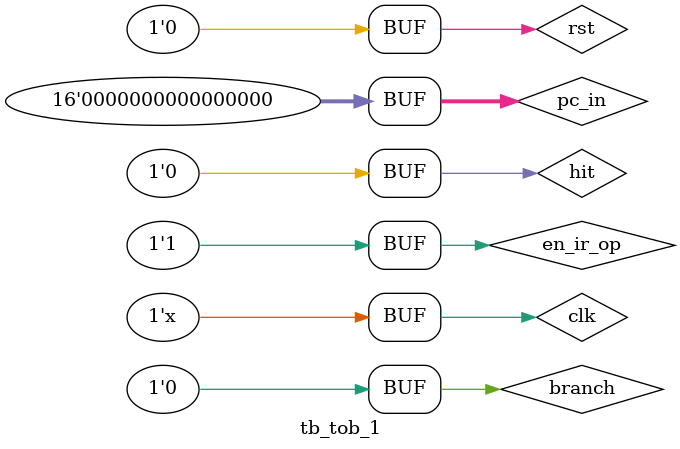
<source format=v>
`timescale 1ns / 1ps

`include "define_lib.vh"

module tb_tob_1;

	//------Inputs------
	reg clk;
    reg rst;
    reg hit;          
    reg en_ir_op;     // enable instrution register
    reg branch;
    reg [15:0] pc_in;  

	//--------Outputs-------
    wire [7:0]   IR_op;      // Instrution
    wire [7:0]   rd;         // first register
    wire [7:0]   rs;         // second register
    wire         cpl_b;      // register bit cpl (1 bit)
    wire [7:0]   cond;       // branch condition (8 bit)
    wire         cond_b;     // branch condition (1 bit)
    wire [7:0]   offset8;    // jump offset (8 bit)
    wire [7:0]   addr11;     // addr acall (11 bit)
    wire [7:0]   addr16;      // addr lcall (11 bit)
    wire [15:0]  pc_out;

	// Instantiate the Unit Under Test (UUT)
	top uut (
		.clk			(clk),
		.rst			(rst),
		.hit			(hit),
		.en_ir_op		(en_ir_op),
		.branch			(branch),
		.pc_in			(pc_in),
		.IR_op			(IR_op),
		.rd				(rd),
		.rs				(rs),
		.cpl_b			(cpl_b),
		.cond			(cond),
		.cond_b			(cond_b),
		.offset8		(offset8),
		.addr11			(addr11),
		.addr16			(addr16),
		.pc_out			(pc_out)
	); 

	initial begin
		// Initialize Inputs
    	clk			= 0;
		rst			= 1;
    	hit 		= 0;
		en_ir_op 	= 1'b1;
		branch 		= 0;
		pc_in		= 16'h0000;;        
		
		// Wait 100 ns for global rst to finish
		#10;
		rst = 0;
		en_ir_op = 1'b1;
		
        
		// Add stimulus here
        //#7570 $finish;
	end

always #5 clk = ~clk;
//always #25 A_input = A_input+ 1'b1;
endmodule


</source>
